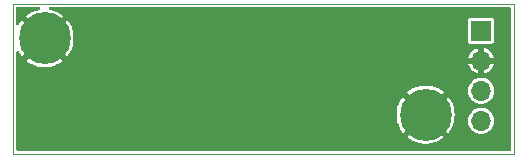
<source format=gbr>
%TF.GenerationSoftware,KiCad,Pcbnew,(6.0.9)*%
%TF.CreationDate,2022-12-24T19:37:37+02:00*%
%TF.ProjectId,GPSBoard,47505342-6f61-4726-942e-6b696361645f,rev?*%
%TF.SameCoordinates,Original*%
%TF.FileFunction,Copper,L2,Bot*%
%TF.FilePolarity,Positive*%
%FSLAX46Y46*%
G04 Gerber Fmt 4.6, Leading zero omitted, Abs format (unit mm)*
G04 Created by KiCad (PCBNEW (6.0.9)) date 2022-12-24 19:37:37*
%MOMM*%
%LPD*%
G01*
G04 APERTURE LIST*
%TA.AperFunction,Profile*%
%ADD10C,0.050000*%
%TD*%
%TA.AperFunction,ConnectorPad*%
%ADD11C,4.400000*%
%TD*%
%TA.AperFunction,ComponentPad*%
%ADD12C,2.600000*%
%TD*%
%TA.AperFunction,ComponentPad*%
%ADD13R,1.700000X1.700000*%
%TD*%
%TA.AperFunction,ComponentPad*%
%ADD14O,1.700000X1.700000*%
%TD*%
%TA.AperFunction,ViaPad*%
%ADD15C,0.600000*%
%TD*%
%TA.AperFunction,ViaPad*%
%ADD16C,1.000000*%
%TD*%
G04 APERTURE END LIST*
D10*
X70739000Y-62230000D02*
X113157000Y-62230000D01*
X113157000Y-62230000D02*
X113157000Y-74930000D01*
X113157000Y-74930000D02*
X70739000Y-74930000D01*
X70739000Y-74930000D02*
X70739000Y-62230000D01*
D11*
%TO.P,H2,1,1*%
%TO.N,GND*%
X105664000Y-71628000D03*
D12*
X105664000Y-71628000D03*
%TD*%
D11*
%TO.P,H1,1,1*%
%TO.N,GND*%
X73406000Y-65151000D03*
D12*
X73406000Y-65151000D03*
%TD*%
D13*
%TO.P,J1,1,Pin_1*%
%TO.N,VCC*%
X110363000Y-64516000D03*
D14*
%TO.P,J1,2,Pin_2*%
%TO.N,GND*%
X110363000Y-67056000D03*
%TO.P,J1,3,Pin_3*%
%TO.N,RX_GPS*%
X110363000Y-69596000D03*
%TO.P,J1,4,Pin_4*%
%TO.N,TX_GPS*%
X110363000Y-72136000D03*
%TD*%
D15*
%TO.N,GND*%
X77597000Y-62738000D03*
X75057000Y-72644000D03*
X90170000Y-66929000D03*
X89535000Y-63119000D03*
X83820000Y-63119000D03*
X78994000Y-69215000D03*
D16*
X71628000Y-72771000D03*
D15*
X80772000Y-73406000D03*
X86360000Y-72644000D03*
X85725000Y-71374000D03*
X88773000Y-73914000D03*
X92202000Y-64389000D03*
X92202000Y-66929000D03*
X85725000Y-65024000D03*
X85090000Y-63119000D03*
X78613000Y-67945000D03*
X90805000Y-64389000D03*
X89027000Y-67564000D03*
X85725000Y-66929000D03*
X88900000Y-63119000D03*
X92202000Y-73279000D03*
X88519000Y-70739000D03*
D16*
X75565000Y-62992000D03*
D15*
X80772000Y-67437000D03*
X90170000Y-72644000D03*
X91567000Y-68199000D03*
X76327000Y-67691000D03*
D16*
X110744000Y-74168000D03*
D15*
X85725000Y-66294000D03*
X86360000Y-70739000D03*
X82296000Y-73914000D03*
X92075000Y-63119000D03*
X76327000Y-64135000D03*
X79121000Y-62738000D03*
X89027000Y-68834000D03*
X92202000Y-67564000D03*
X89535000Y-66929000D03*
X85725000Y-68834000D03*
X91567000Y-72644000D03*
X78867000Y-65659000D03*
X92202000Y-72009000D03*
X89535000Y-68199000D03*
X84963000Y-73914000D03*
X88519000Y-72644000D03*
X85725000Y-69469000D03*
X89027000Y-63754000D03*
X83693000Y-73914000D03*
X73660000Y-71247000D03*
X90805000Y-68199000D03*
X92202000Y-69469000D03*
X87884000Y-72009000D03*
X88265000Y-63119000D03*
X87884000Y-65024000D03*
X92202000Y-71374000D03*
X86741000Y-71374000D03*
X75692000Y-69977000D03*
X87249000Y-64389000D03*
X81788000Y-72517000D03*
X79502000Y-73406000D03*
X88519000Y-68199000D03*
X86741000Y-68834000D03*
X92202000Y-70739000D03*
X90170000Y-65659000D03*
X79248000Y-70485000D03*
X87884000Y-63754000D03*
X78359000Y-72644000D03*
X77089000Y-67691000D03*
X95250000Y-68326000D03*
X91186000Y-66294000D03*
X90805000Y-69469000D03*
X90043000Y-73914000D03*
X86360000Y-68199000D03*
X88519000Y-72009000D03*
X82296000Y-72136000D03*
X77978000Y-67945000D03*
X88519000Y-65659000D03*
X95123000Y-73914000D03*
X86360000Y-69469000D03*
X86741000Y-70104000D03*
X85598000Y-73914000D03*
X86741000Y-63754000D03*
X93345000Y-63119000D03*
X76073000Y-66167000D03*
X87884000Y-66294000D03*
X90170000Y-70104000D03*
X86360000Y-65659000D03*
X75692000Y-72771000D03*
X76835000Y-73406000D03*
X88519000Y-64389000D03*
X95504000Y-72771000D03*
X88519000Y-73279000D03*
X87884000Y-71374000D03*
D16*
X71628000Y-67691000D03*
D15*
X76581000Y-63500000D03*
D16*
X108839000Y-68199000D03*
D15*
X92202000Y-65659000D03*
X92202000Y-63754000D03*
X91567000Y-64389000D03*
X87884000Y-69469000D03*
X87249000Y-72644000D03*
X78232000Y-69850000D03*
X81661000Y-62992000D03*
X84328000Y-73914000D03*
X95758000Y-70993000D03*
X76200000Y-73406000D03*
X95250000Y-63119000D03*
X85725000Y-64389000D03*
X91186000Y-63754000D03*
X86741000Y-65024000D03*
X90170000Y-71374000D03*
X92710000Y-63119000D03*
X81915000Y-68707000D03*
X75557000Y-70620000D03*
X85725000Y-70739000D03*
X90170000Y-69469000D03*
X91186000Y-71374000D03*
X78994000Y-69850000D03*
X87884000Y-70104000D03*
X86868000Y-73914000D03*
X78867000Y-72263000D03*
X78867000Y-73025000D03*
X87884000Y-68199000D03*
X90170000Y-72009000D03*
D16*
X105410000Y-67183000D03*
X108712000Y-70993000D03*
D15*
X91186000Y-70104000D03*
X86360000Y-66929000D03*
X78867000Y-64897000D03*
X76708000Y-67183000D03*
X89408000Y-73914000D03*
X95250000Y-69215000D03*
X92202000Y-65024000D03*
X89535000Y-72644000D03*
X76073000Y-65278000D03*
X90805000Y-66929000D03*
X89535000Y-65659000D03*
D16*
X106934000Y-65024000D03*
D15*
X87249000Y-69469000D03*
X87884000Y-72644000D03*
X95250000Y-64389000D03*
X89027000Y-65024000D03*
X83185000Y-63119000D03*
X90170000Y-64389000D03*
X89535000Y-73279000D03*
X91186000Y-68834000D03*
X95250000Y-63754000D03*
X90170000Y-67564000D03*
X91567000Y-73279000D03*
X82423000Y-63119000D03*
X85725000Y-72644000D03*
X85725000Y-68199000D03*
X87249000Y-65659000D03*
X75819000Y-68072000D03*
X77978000Y-70485000D03*
X80772000Y-63881000D03*
X78232000Y-69215000D03*
X87884000Y-68834000D03*
X87249000Y-70739000D03*
X80137000Y-62865000D03*
X82550000Y-66675000D03*
X87249000Y-73279000D03*
X95123000Y-73279000D03*
X90170000Y-63754000D03*
D16*
X103251000Y-73533000D03*
D15*
X80264000Y-63500000D03*
X76708000Y-66421000D03*
D16*
X71628000Y-74041000D03*
D15*
X74549000Y-72263000D03*
X89027000Y-71374000D03*
X90170000Y-68834000D03*
X87884000Y-65659000D03*
X90170000Y-63119000D03*
X87503000Y-73914000D03*
X82550000Y-63881000D03*
X78359000Y-71882000D03*
X88519000Y-66929000D03*
X93980000Y-63119000D03*
X86360000Y-64389000D03*
X92202000Y-70104000D03*
X89535000Y-69469000D03*
X89535000Y-64389000D03*
D16*
X74168000Y-74041000D03*
D15*
X87249000Y-66929000D03*
X85725000Y-70104000D03*
X85725000Y-73279000D03*
X88138000Y-73914000D03*
D16*
X103632000Y-67183000D03*
D15*
X77470000Y-73406000D03*
X86360000Y-72009000D03*
X87884000Y-70739000D03*
X89027000Y-70104000D03*
X92583000Y-73914000D03*
X90805000Y-65659000D03*
X90678000Y-73914000D03*
X74676000Y-68961000D03*
X91567000Y-65659000D03*
X78867000Y-71501000D03*
X78105000Y-65659000D03*
X86995000Y-63119000D03*
X76835000Y-62865000D03*
X82550000Y-67437000D03*
X86233000Y-73914000D03*
D16*
X108585000Y-65024000D03*
X72771000Y-68072000D03*
D15*
X85725000Y-72009000D03*
X78105000Y-64897000D03*
X90170000Y-68199000D03*
X86741000Y-66294000D03*
X89535000Y-72009000D03*
X81280000Y-70612000D03*
X91313000Y-73914000D03*
D16*
X106934000Y-66548000D03*
D15*
X82677000Y-71628000D03*
X88519000Y-69469000D03*
X86741000Y-67564000D03*
X92202000Y-68199000D03*
D16*
X71628000Y-68834000D03*
D15*
X73660000Y-69850000D03*
X91186000Y-67564000D03*
X93853000Y-73914000D03*
X78359000Y-71120000D03*
X80645000Y-66675000D03*
X91186000Y-65024000D03*
X78613000Y-70485000D03*
X73541000Y-70620000D03*
X87884000Y-73279000D03*
X75184000Y-68453000D03*
X94488000Y-73914000D03*
X86360000Y-73279000D03*
X82677000Y-73279000D03*
X90170000Y-73279000D03*
X95250000Y-67310000D03*
X81534000Y-73660000D03*
X82550000Y-68199000D03*
X92202000Y-72644000D03*
X80137000Y-73406000D03*
X91948000Y-73914000D03*
X90805000Y-63119000D03*
X87884000Y-66929000D03*
X90170000Y-65024000D03*
D16*
X72898000Y-72771000D03*
D15*
X85725000Y-67564000D03*
X89535000Y-70739000D03*
X92202000Y-66294000D03*
X90170000Y-66294000D03*
X85725000Y-65659000D03*
D16*
X108585000Y-66548000D03*
D15*
X78232000Y-68580000D03*
X82042000Y-73152000D03*
X91567000Y-70739000D03*
X92202000Y-68834000D03*
X82677000Y-72644000D03*
X90805000Y-73279000D03*
X85725000Y-63119000D03*
X81534000Y-69215000D03*
X91567000Y-69469000D03*
X80010000Y-67691000D03*
X89027000Y-66294000D03*
X87249000Y-72009000D03*
X78359000Y-62738000D03*
X85725000Y-63754000D03*
D16*
X100330000Y-71247000D03*
X99441000Y-65024000D03*
D15*
X94615000Y-63119000D03*
X80899000Y-63119000D03*
X93218000Y-73914000D03*
X90805000Y-70739000D03*
X84455000Y-63119000D03*
X81280000Y-73025000D03*
X79248000Y-67945000D03*
X78105000Y-73406000D03*
X83058000Y-73914000D03*
X91440000Y-63119000D03*
X91567000Y-66929000D03*
D16*
X72898000Y-74041000D03*
D15*
X86360000Y-63119000D03*
X87884000Y-67564000D03*
D16*
X96901000Y-71247000D03*
X75438000Y-74041000D03*
D15*
X90805000Y-72009000D03*
X87884000Y-64389000D03*
X74041000Y-71882000D03*
X90805000Y-72644000D03*
X90170000Y-70739000D03*
X74168000Y-69342000D03*
X87249000Y-68199000D03*
X91567000Y-72009000D03*
D16*
X96393000Y-74168000D03*
D15*
X87630000Y-63119000D03*
X78994000Y-68580000D03*
%TD*%
%TA.AperFunction,Conductor*%
%TO.N,GND*%
G36*
X72999130Y-62504502D02*
G01*
X73045623Y-62558158D01*
X73055727Y-62628432D01*
X73026233Y-62693012D01*
X72966507Y-62731396D01*
X72953026Y-62734208D01*
X72953075Y-62734463D01*
X72941418Y-62736687D01*
X72650015Y-62811506D01*
X72642490Y-62813951D01*
X72362745Y-62924710D01*
X72355610Y-62928067D01*
X72091953Y-63073014D01*
X72085273Y-63077254D01*
X71871837Y-63232324D01*
X71863414Y-63243248D01*
X71870317Y-63256107D01*
X73393188Y-64778978D01*
X73407132Y-64786592D01*
X73408965Y-64786461D01*
X73415580Y-64782210D01*
X74942006Y-63255784D01*
X74948619Y-63243673D01*
X74939792Y-63232055D01*
X74726727Y-63077254D01*
X74720047Y-63073014D01*
X74456390Y-62928067D01*
X74449255Y-62924710D01*
X74169510Y-62813951D01*
X74161985Y-62811506D01*
X73870582Y-62736687D01*
X73858925Y-62734463D01*
X73859223Y-62732899D01*
X73800126Y-62707127D01*
X73760722Y-62648069D01*
X73759503Y-62577083D01*
X73796856Y-62516706D01*
X73860921Y-62486109D01*
X73880991Y-62484500D01*
X112776500Y-62484500D01*
X112844621Y-62504502D01*
X112891114Y-62558158D01*
X112902500Y-62610500D01*
X112902500Y-74549500D01*
X112882498Y-74617621D01*
X112828842Y-74664114D01*
X112776500Y-74675500D01*
X71119500Y-74675500D01*
X71051379Y-74655498D01*
X71004886Y-74601842D01*
X70993500Y-74549500D01*
X70993500Y-73535327D01*
X104121381Y-73535327D01*
X104130208Y-73546945D01*
X104343273Y-73701746D01*
X104349953Y-73705986D01*
X104613610Y-73850933D01*
X104620745Y-73854290D01*
X104900490Y-73965049D01*
X104908015Y-73967494D01*
X105199418Y-74042313D01*
X105207189Y-74043796D01*
X105505676Y-74081503D01*
X105513566Y-74082000D01*
X105814434Y-74082000D01*
X105822324Y-74081503D01*
X106120811Y-74043796D01*
X106128582Y-74042313D01*
X106419985Y-73967494D01*
X106427510Y-73965049D01*
X106707255Y-73854290D01*
X106714390Y-73850933D01*
X106978047Y-73705986D01*
X106984727Y-73701746D01*
X107198163Y-73546676D01*
X107206586Y-73535752D01*
X107199683Y-73522893D01*
X105676812Y-72000022D01*
X105662868Y-71992408D01*
X105661035Y-71992539D01*
X105654420Y-71996790D01*
X104127994Y-73523216D01*
X104121381Y-73535327D01*
X70993500Y-73535327D01*
X70993500Y-71631958D01*
X103205397Y-71631958D01*
X103224288Y-71932213D01*
X103225281Y-71940076D01*
X103281653Y-72235591D01*
X103283624Y-72243268D01*
X103376591Y-72529391D01*
X103379506Y-72536754D01*
X103507604Y-72808975D01*
X103511416Y-72815908D01*
X103672625Y-73069933D01*
X103677270Y-73076326D01*
X103746850Y-73160435D01*
X103759369Y-73168890D01*
X103770106Y-73162684D01*
X105291978Y-71640812D01*
X105298356Y-71629132D01*
X106028408Y-71629132D01*
X106028539Y-71630965D01*
X106032790Y-71637580D01*
X107556791Y-73161581D01*
X107570053Y-73168823D01*
X107580158Y-73161634D01*
X107650730Y-73076326D01*
X107655375Y-73069933D01*
X107816584Y-72815908D01*
X107820396Y-72808975D01*
X107948494Y-72536754D01*
X107951409Y-72529391D01*
X108044376Y-72243268D01*
X108046347Y-72235591D01*
X108070884Y-72106964D01*
X109254148Y-72106964D01*
X109267424Y-72309522D01*
X109268845Y-72315118D01*
X109268846Y-72315123D01*
X109289119Y-72394945D01*
X109317392Y-72506269D01*
X109319809Y-72511512D01*
X109357010Y-72592208D01*
X109402377Y-72690616D01*
X109519533Y-72856389D01*
X109664938Y-72998035D01*
X109833720Y-73110812D01*
X109839023Y-73113090D01*
X109839026Y-73113092D01*
X109968900Y-73168890D01*
X110020228Y-73190942D01*
X110093244Y-73207464D01*
X110212579Y-73234467D01*
X110212584Y-73234468D01*
X110218216Y-73235742D01*
X110223987Y-73235969D01*
X110223989Y-73235969D01*
X110283756Y-73238317D01*
X110421053Y-73243712D01*
X110521499Y-73229148D01*
X110616231Y-73215413D01*
X110616236Y-73215412D01*
X110621945Y-73214584D01*
X110627409Y-73212729D01*
X110627414Y-73212728D01*
X110808693Y-73151192D01*
X110808698Y-73151190D01*
X110814165Y-73149334D01*
X110991276Y-73050147D01*
X111053934Y-72998035D01*
X111142913Y-72924031D01*
X111147345Y-72920345D01*
X111277147Y-72764276D01*
X111376334Y-72587165D01*
X111378190Y-72581698D01*
X111378192Y-72581693D01*
X111439728Y-72400414D01*
X111439729Y-72400409D01*
X111441584Y-72394945D01*
X111442412Y-72389236D01*
X111442413Y-72389231D01*
X111470179Y-72197727D01*
X111470712Y-72194053D01*
X111472232Y-72136000D01*
X111460797Y-72011551D01*
X111454187Y-71939613D01*
X111454186Y-71939610D01*
X111453658Y-71933859D01*
X111398557Y-71738487D01*
X111387978Y-71717033D01*
X111311331Y-71561609D01*
X111308776Y-71556428D01*
X111187320Y-71393779D01*
X111038258Y-71255987D01*
X111033375Y-71252906D01*
X111033371Y-71252903D01*
X110871464Y-71150748D01*
X110866581Y-71147667D01*
X110678039Y-71072446D01*
X110672379Y-71071320D01*
X110672375Y-71071319D01*
X110484613Y-71033971D01*
X110484610Y-71033971D01*
X110478946Y-71032844D01*
X110473171Y-71032768D01*
X110473167Y-71032768D01*
X110371793Y-71031441D01*
X110275971Y-71030187D01*
X110270274Y-71031166D01*
X110270273Y-71031166D01*
X110081607Y-71063585D01*
X110075910Y-71064564D01*
X109885463Y-71134824D01*
X109711010Y-71238612D01*
X109706670Y-71242418D01*
X109706666Y-71242421D01*
X109622853Y-71315924D01*
X109558392Y-71372455D01*
X109432720Y-71531869D01*
X109430031Y-71536980D01*
X109430029Y-71536983D01*
X109417073Y-71561609D01*
X109338203Y-71711515D01*
X109278007Y-71905378D01*
X109254148Y-72106964D01*
X108070884Y-72106964D01*
X108102719Y-71940076D01*
X108103712Y-71932213D01*
X108122603Y-71631958D01*
X108122603Y-71624042D01*
X108103712Y-71323787D01*
X108102719Y-71315924D01*
X108046347Y-71020409D01*
X108044376Y-71012732D01*
X107951409Y-70726609D01*
X107948494Y-70719246D01*
X107820396Y-70447025D01*
X107816584Y-70440092D01*
X107655375Y-70186067D01*
X107650730Y-70179674D01*
X107581150Y-70095565D01*
X107568631Y-70087110D01*
X107557894Y-70093316D01*
X106036022Y-71615188D01*
X106028408Y-71629132D01*
X105298356Y-71629132D01*
X105299592Y-71626868D01*
X105299461Y-71625035D01*
X105295210Y-71618420D01*
X103771209Y-70094419D01*
X103757947Y-70087177D01*
X103747842Y-70094366D01*
X103677270Y-70179674D01*
X103672625Y-70186067D01*
X103511416Y-70440092D01*
X103507604Y-70447025D01*
X103379506Y-70719246D01*
X103376591Y-70726609D01*
X103283624Y-71012732D01*
X103281653Y-71020409D01*
X103225281Y-71315924D01*
X103224288Y-71323787D01*
X103205397Y-71624042D01*
X103205397Y-71631958D01*
X70993500Y-71631958D01*
X70993500Y-69720248D01*
X104121414Y-69720248D01*
X104128317Y-69733107D01*
X105651188Y-71255978D01*
X105665132Y-71263592D01*
X105666965Y-71263461D01*
X105673580Y-71259210D01*
X107200006Y-69732784D01*
X107206619Y-69720673D01*
X107197792Y-69709055D01*
X107002221Y-69566964D01*
X109254148Y-69566964D01*
X109267424Y-69769522D01*
X109268845Y-69775118D01*
X109268846Y-69775123D01*
X109289119Y-69854945D01*
X109317392Y-69966269D01*
X109319809Y-69971512D01*
X109357010Y-70052208D01*
X109402377Y-70150616D01*
X109519533Y-70316389D01*
X109664938Y-70458035D01*
X109833720Y-70570812D01*
X109839023Y-70573090D01*
X109839026Y-70573092D01*
X109927707Y-70611192D01*
X110020228Y-70650942D01*
X110093244Y-70667464D01*
X110212579Y-70694467D01*
X110212584Y-70694468D01*
X110218216Y-70695742D01*
X110223987Y-70695969D01*
X110223989Y-70695969D01*
X110283756Y-70698317D01*
X110421053Y-70703712D01*
X110521499Y-70689148D01*
X110616231Y-70675413D01*
X110616236Y-70675412D01*
X110621945Y-70674584D01*
X110627409Y-70672729D01*
X110627414Y-70672728D01*
X110808693Y-70611192D01*
X110808698Y-70611190D01*
X110814165Y-70609334D01*
X110991276Y-70510147D01*
X111053934Y-70458035D01*
X111142913Y-70384031D01*
X111147345Y-70380345D01*
X111277147Y-70224276D01*
X111349229Y-70095565D01*
X111373510Y-70052208D01*
X111373511Y-70052206D01*
X111376334Y-70047165D01*
X111378190Y-70041698D01*
X111378192Y-70041693D01*
X111439728Y-69860414D01*
X111439729Y-69860409D01*
X111441584Y-69854945D01*
X111442412Y-69849236D01*
X111442413Y-69849231D01*
X111470179Y-69657727D01*
X111470712Y-69654053D01*
X111472232Y-69596000D01*
X111454688Y-69405067D01*
X111454187Y-69399613D01*
X111454186Y-69399610D01*
X111453658Y-69393859D01*
X111452090Y-69388299D01*
X111400125Y-69204046D01*
X111400124Y-69204044D01*
X111398557Y-69198487D01*
X111387978Y-69177033D01*
X111311331Y-69021609D01*
X111308776Y-69016428D01*
X111187320Y-68853779D01*
X111038258Y-68715987D01*
X111033375Y-68712906D01*
X111033371Y-68712903D01*
X110871464Y-68610748D01*
X110866581Y-68607667D01*
X110678039Y-68532446D01*
X110672379Y-68531320D01*
X110672375Y-68531319D01*
X110484613Y-68493971D01*
X110484610Y-68493971D01*
X110478946Y-68492844D01*
X110473171Y-68492768D01*
X110473167Y-68492768D01*
X110371793Y-68491441D01*
X110275971Y-68490187D01*
X110270274Y-68491166D01*
X110270273Y-68491166D01*
X110081607Y-68523585D01*
X110075910Y-68524564D01*
X109885463Y-68594824D01*
X109711010Y-68698612D01*
X109706670Y-68702418D01*
X109706666Y-68702421D01*
X109686723Y-68719911D01*
X109558392Y-68832455D01*
X109432720Y-68991869D01*
X109430031Y-68996980D01*
X109430029Y-68996983D01*
X109417073Y-69021609D01*
X109338203Y-69171515D01*
X109278007Y-69365378D01*
X109254148Y-69566964D01*
X107002221Y-69566964D01*
X106984727Y-69554254D01*
X106978047Y-69550014D01*
X106714390Y-69405067D01*
X106707255Y-69401710D01*
X106427510Y-69290951D01*
X106419985Y-69288506D01*
X106128582Y-69213687D01*
X106120811Y-69212204D01*
X105822324Y-69174497D01*
X105814434Y-69174000D01*
X105513566Y-69174000D01*
X105505676Y-69174497D01*
X105207189Y-69212204D01*
X105199418Y-69213687D01*
X104908015Y-69288506D01*
X104900490Y-69290951D01*
X104620745Y-69401710D01*
X104613610Y-69405067D01*
X104349953Y-69550014D01*
X104343273Y-69554254D01*
X104129837Y-69709324D01*
X104121414Y-69720248D01*
X70993500Y-69720248D01*
X70993500Y-67058327D01*
X71863381Y-67058327D01*
X71872208Y-67069945D01*
X72085273Y-67224746D01*
X72091953Y-67228986D01*
X72355610Y-67373933D01*
X72362745Y-67377290D01*
X72642490Y-67488049D01*
X72650015Y-67490494D01*
X72941418Y-67565313D01*
X72949189Y-67566796D01*
X73247676Y-67604503D01*
X73255566Y-67605000D01*
X73556434Y-67605000D01*
X73564324Y-67604503D01*
X73862811Y-67566796D01*
X73870582Y-67565313D01*
X74161985Y-67490494D01*
X74169510Y-67488049D01*
X74449255Y-67377290D01*
X74456390Y-67373933D01*
X74549106Y-67322962D01*
X109291671Y-67322962D01*
X109316443Y-67420502D01*
X109320284Y-67431348D01*
X109400394Y-67605120D01*
X109406145Y-67615081D01*
X109516579Y-67771343D01*
X109524057Y-67780098D01*
X109661114Y-67913612D01*
X109670058Y-67920855D01*
X109829156Y-68027161D01*
X109839266Y-68032651D01*
X110015077Y-68108185D01*
X110026020Y-68111740D01*
X110091332Y-68126519D01*
X110105405Y-68125630D01*
X110108828Y-68116681D01*
X110617000Y-68116681D01*
X110620966Y-68130187D01*
X110629672Y-68131433D01*
X110808497Y-68070730D01*
X110818994Y-68066056D01*
X110985958Y-67972552D01*
X110995430Y-67966042D01*
X111142553Y-67843682D01*
X111150682Y-67835553D01*
X111273042Y-67688430D01*
X111279552Y-67678958D01*
X111373056Y-67511994D01*
X111377730Y-67501497D01*
X111438443Y-67322644D01*
X111437210Y-67313993D01*
X111423642Y-67310000D01*
X110635115Y-67310000D01*
X110619876Y-67314475D01*
X110618671Y-67315865D01*
X110617000Y-67323548D01*
X110617000Y-68116681D01*
X110108828Y-68116681D01*
X110109000Y-68116232D01*
X110109000Y-67328115D01*
X110104525Y-67312876D01*
X110103135Y-67311671D01*
X110095452Y-67310000D01*
X109306494Y-67310000D01*
X109292963Y-67313973D01*
X109291671Y-67322962D01*
X74549106Y-67322962D01*
X74720047Y-67228986D01*
X74726727Y-67224746D01*
X74940163Y-67069676D01*
X74948586Y-67058752D01*
X74941683Y-67045893D01*
X74694589Y-66798799D01*
X109290943Y-66798799D01*
X109297675Y-66802000D01*
X110090885Y-66802000D01*
X110106124Y-66797525D01*
X110107329Y-66796135D01*
X110109000Y-66788452D01*
X110109000Y-66783885D01*
X110617000Y-66783885D01*
X110621475Y-66799124D01*
X110622865Y-66800329D01*
X110630548Y-66802000D01*
X111420398Y-66802000D01*
X111433929Y-66798027D01*
X111435098Y-66789892D01*
X111399658Y-66664231D01*
X111395533Y-66653484D01*
X111310903Y-66481871D01*
X111304893Y-66472063D01*
X111190400Y-66318739D01*
X111182710Y-66310199D01*
X111042192Y-66180304D01*
X111033067Y-66173303D01*
X110871236Y-66071195D01*
X110860989Y-66065974D01*
X110683260Y-65995068D01*
X110672232Y-65991801D01*
X110634769Y-65984350D01*
X110621894Y-65985502D01*
X110617000Y-66000658D01*
X110617000Y-66783885D01*
X110109000Y-66783885D01*
X110109000Y-65997500D01*
X110105194Y-65984538D01*
X110090279Y-65982602D01*
X110081732Y-65984071D01*
X110070620Y-65987048D01*
X109891095Y-66053279D01*
X109880717Y-66058229D01*
X109716273Y-66156063D01*
X109706961Y-66162829D01*
X109563097Y-66288994D01*
X109555180Y-66297337D01*
X109436718Y-66447605D01*
X109430450Y-66457256D01*
X109341358Y-66626592D01*
X109336953Y-66637227D01*
X109291162Y-66784698D01*
X109290943Y-66798799D01*
X74694589Y-66798799D01*
X73418812Y-65523022D01*
X73404868Y-65515408D01*
X73403035Y-65515539D01*
X73396420Y-65519790D01*
X71869994Y-67046216D01*
X71863381Y-67058327D01*
X70993500Y-67058327D01*
X70993500Y-66351416D01*
X71013502Y-66283295D01*
X71067158Y-66236802D01*
X71137432Y-66226698D01*
X71202012Y-66256192D01*
X71233508Y-66297768D01*
X71249604Y-66331975D01*
X71253416Y-66338908D01*
X71414625Y-66592933D01*
X71419270Y-66599326D01*
X71488850Y-66683435D01*
X71501369Y-66691890D01*
X71512106Y-66685684D01*
X73033978Y-65163812D01*
X73040356Y-65152132D01*
X73770408Y-65152132D01*
X73770539Y-65153965D01*
X73774790Y-65160580D01*
X75298791Y-66684581D01*
X75312053Y-66691823D01*
X75322158Y-66684634D01*
X75392730Y-66599326D01*
X75397375Y-66592933D01*
X75558584Y-66338908D01*
X75562396Y-66331975D01*
X75690494Y-66059754D01*
X75693409Y-66052391D01*
X75786376Y-65766268D01*
X75788347Y-65758591D01*
X75844719Y-65463076D01*
X75845712Y-65455213D01*
X75864603Y-65154958D01*
X75864603Y-65147042D01*
X75845712Y-64846787D01*
X75844719Y-64838924D01*
X75788347Y-64543409D01*
X75786376Y-64535732D01*
X75693409Y-64249609D01*
X75690494Y-64242246D01*
X75562396Y-63970025D01*
X75558584Y-63963092D01*
X75397375Y-63709067D01*
X75392730Y-63702674D01*
X75341654Y-63640933D01*
X109258500Y-63640933D01*
X109258501Y-65391066D01*
X109273266Y-65465301D01*
X109329516Y-65549484D01*
X109413699Y-65605734D01*
X109487933Y-65620500D01*
X110362858Y-65620500D01*
X111238066Y-65620499D01*
X111273818Y-65613388D01*
X111300126Y-65608156D01*
X111300128Y-65608155D01*
X111312301Y-65605734D01*
X111322621Y-65598839D01*
X111322622Y-65598838D01*
X111386168Y-65556377D01*
X111396484Y-65549484D01*
X111452734Y-65465301D01*
X111467500Y-65391067D01*
X111467499Y-63640934D01*
X111452734Y-63566699D01*
X111396484Y-63482516D01*
X111312301Y-63426266D01*
X111238067Y-63411500D01*
X110363142Y-63411500D01*
X109487934Y-63411501D01*
X109452182Y-63418612D01*
X109425874Y-63423844D01*
X109425872Y-63423845D01*
X109413699Y-63426266D01*
X109403379Y-63433161D01*
X109403378Y-63433162D01*
X109342985Y-63473516D01*
X109329516Y-63482516D01*
X109273266Y-63566699D01*
X109258500Y-63640933D01*
X75341654Y-63640933D01*
X75323150Y-63618565D01*
X75310631Y-63610110D01*
X75299894Y-63616316D01*
X73778022Y-65138188D01*
X73770408Y-65152132D01*
X73040356Y-65152132D01*
X73041592Y-65149868D01*
X73041461Y-65148035D01*
X73037210Y-65141420D01*
X71513209Y-63617419D01*
X71499947Y-63610177D01*
X71489842Y-63617366D01*
X71419270Y-63702674D01*
X71414625Y-63709067D01*
X71253416Y-63963092D01*
X71249604Y-63970025D01*
X71233508Y-64004232D01*
X71186405Y-64057353D01*
X71118061Y-64076576D01*
X71050173Y-64055797D01*
X71004296Y-64001614D01*
X70993500Y-63950584D01*
X70993500Y-62610500D01*
X71013502Y-62542379D01*
X71067158Y-62495886D01*
X71119500Y-62484500D01*
X72931009Y-62484500D01*
X72999130Y-62504502D01*
G37*
%TD.AperFunction*%
%TD*%
M02*

</source>
